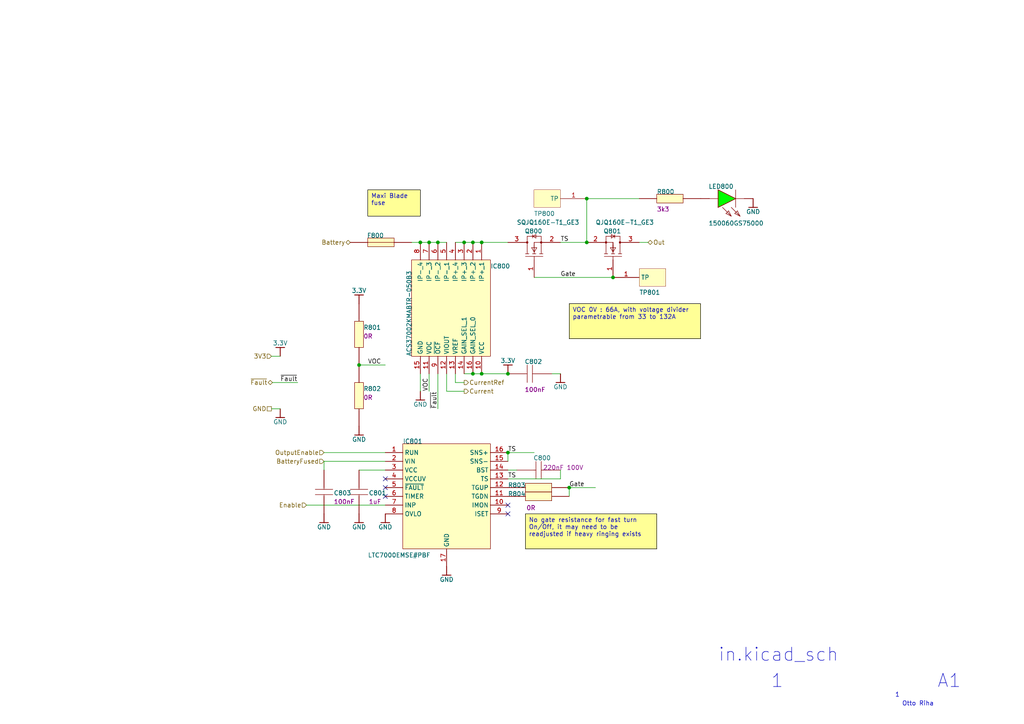
<source format=kicad_sch>
(kicad_sch (version 20250114) (generator "eeschema") (generator_version "9.0")
  (paper "A4")
  (lib_symbols
    (symbol "Battman-altium-import:3.3V_BAR" (power)
      (property "Value" "3.3V" (at 0 -3.81 0))
      (symbol "3.3V_BAR_0_0"
        (polyline (pts (xy -1.27 -2.54) (xy 1.27 -2.54)) (stroke (width 0.254)))
        (polyline (pts (xy 0 0) (xy 0 -2.54)) (stroke (width 0.254)))
        (pin power_in line (at 0 0 0) (length 0) (hide yes) (name "3.3V") (number ""))
      )
    )
    (symbol "Battman-altium-import:GND_BAR" (power)
      (property "Value" "GND" (at 0 -3.81 0))
      (symbol "GND_BAR_0_0"
        (polyline (pts (xy -1.27 -2.54) (xy 1.27 -2.54)) (stroke (width 0.254)))
        (polyline (pts (xy 0 0) (xy 0 -2.54)) (stroke (width 0.254)))
        (pin power_in line (at 0 0 0) (length 0) (hide yes) (name "GND") (number ""))
      )
    )
    (symbol "Battman-altium-import:Repeat(SinglePath,1,2)_0_3555_SamacSys.SchLib" (pin_numbers (hide yes)) (pin_names (hide yes))
      (symbol "Repeat(SinglePath,1,2)_0_3555_SamacSys.SchLib_1_0"
        (polyline (pts (xy 5.08 0) (xy 12.7 0)))
        (rectangle (start 12.7 1.27) (end 5.08 -1.27) (stroke (width 0) (color 128 0 0 1)) (fill (type background)))
        (pin passive line (at 0 0 0) (length 5.08) (name "1") (number "1"))
        (pin passive line (at 17.78 0 180) (length 5.08) (name "2") (number "2"))
      )
    )
    (symbol "Battman-altium-import:Repeat(SinglePath,1,2)_0_CRCW06030000Z0EC_SamacSys.SchLib" (pin_numbers (hide yes)) (pin_names (hide yes))
      (symbol "Repeat(SinglePath,1,2)_0_CRCW06030000Z0EC_SamacSys.SchLib_1_0"
        (rectangle (start 12.7 1.27) (end 5.08 -1.27) (stroke (width 0) (color 128 0 0 1)) (fill (type background)))
        (pin passive line (at 0 0 0) (length 5.08) (name "1") (number "1"))
        (pin passive line (at 17.78 0 180) (length 5.08) (name "2") (number "2"))
      )
    )
    (symbol "Battman-altium-import:Repeat(SinglePath,1,2)_0_CRGH0603F3K3_SamacSys.SchLib" (pin_numbers (hide yes)) (pin_names (hide yes))
      (symbol "Repeat(SinglePath,1,2)_0_CRGH0603F3K3_SamacSys.SchLib_1_0"
        (rectangle (start 12.7 1.27) (end 5.08 -1.27) (stroke (width 0) (color 128 0 0 1)) (fill (type background)))
        (pin passive line (at 0 0 0) (length 5.08) (name "1") (number "1"))
        (pin passive line (at 17.78 0 180) (length 5.08) (name "2") (number "2"))
      )
    )
    (symbol "Battman-altium-import:Repeat(SinglePath,1,2)_0_LTC7000EMSE#PBF_SamacSys.SchLib"
      (symbol "Repeat(SinglePath,1,2)_0_LTC7000EMSE#PBF_SamacSys.SchLib_1_0"
        (rectangle (start 30.48 2.54) (end 5.08 -27.94) (stroke (width 0) (color 128 0 0 1)) (fill (type background)))
        (pin passive line (at 0 0 0) (length 5.08) (name "RUN") (number "1"))
        (pin passive line (at 0 -2.54 0) (length 5.08) (name "VIN") (number "2"))
        (pin passive line (at 0 -5.08 0) (length 5.08) (name "VCC") (number "3"))
        (pin passive line (at 0 -7.62 0) (length 5.08) (name "VCCUV") (number "4"))
        (pin passive line (at 0 -10.16 0) (length 5.08) (name "~{FAULT}") (number "5"))
        (pin passive line (at 0 -12.7 0) (length 5.08) (name "TIMER") (number "6"))
        (pin passive line (at 0 -15.24 0) (length 5.08) (name "INP") (number "7"))
        (pin passive line (at 0 -17.78 0) (length 5.08) (name "OVLO") (number "8"))
        (pin passive line (at 17.78 -33.02 90) (length 5.08) (name "GND") (number "17"))
        (pin passive line (at 35.56 0 180) (length 5.08) (name "SNS+") (number "16"))
        (pin passive line (at 35.56 -2.54 180) (length 5.08) (name "SNS-") (number "15"))
        (pin passive line (at 35.56 -5.08 180) (length 5.08) (name "BST") (number "14"))
        (pin passive line (at 35.56 -7.62 180) (length 5.08) (name "TS") (number "13"))
        (pin passive line (at 35.56 -10.16 180) (length 5.08) (name "TGUP") (number "12"))
        (pin passive line (at 35.56 -12.7 180) (length 5.08) (name "TGDN") (number "11"))
        (pin passive line (at 35.56 -15.24 180) (length 5.08) (name "IMON") (number "10"))
        (pin passive line (at 35.56 -17.78 180) (length 5.08) (name "ISET") (number "9"))
      )
    )
    (symbol "Battman-altium-import:Repeat(SinglePath,1,2)_0_Test Pad 1mm-Symbol-1_EPFL Racing Team"
      (symbol "Repeat(SinglePath,1,2)_0_Test Pad 1mm-Symbol-1_EPFL Racing Team_1_0"
        (rectangle (start 15.316 2.54) (end 7.62 -2.54) (stroke (width 0.0254) (color 128 0 0 1)) (fill (type background)))
        (pin passive line (at 0 0 0) (length 7.62) (name "TP") (number "1"))
      )
    )
    (symbol "Battman-altium-import:Repeat(SinglePath,1,2)_1_06035C105MAT2A_SamacSys.SchLib" (pin_numbers (hide yes)) (pin_names (hide yes))
      (symbol "Repeat(SinglePath,1,2)_1_06035C105MAT2A_SamacSys.SchLib_1_0"
        (polyline (pts (xy -2.54 7.112) (xy 2.54 7.112)))
        (polyline (pts (xy -2.54 5.588) (xy 2.54 5.588)))
        (polyline (pts (xy 0 7.112) (xy 0 7.62)))
        (polyline (pts (xy 0 5.08) (xy 0 5.588)))
        (pin passive line (at 0 12.7 270) (length 5.08) (name "2") (number "2"))
        (pin passive line (at 0 0 90) (length 5.08) (name "1") (number "1"))
      )
    )
    (symbol "Battman-altium-import:Repeat(SinglePath,1,2)_1_CRCW06030000Z0EC_SamacSys.SchLib" (pin_numbers (hide yes)) (pin_names (hide yes))
      (symbol "Repeat(SinglePath,1,2)_1_CRCW06030000Z0EC_SamacSys.SchLib_1_0"
        (rectangle (start 1.27 12.7) (end -1.27 5.08) (stroke (width 0) (color 128 0 0 1)) (fill (type background)))
        (pin passive line (at 0 17.78 270) (length 5.08) (name "2") (number "2"))
        (pin passive line (at 0 0 90) (length 5.08) (name "1") (number "1"))
      )
    )
    (symbol "Battman-altium-import:Repeat(SinglePath,1,2)_1_HMK107BJ104KA-T_SamacSys.SchLib" (pin_numbers (hide yes)) (pin_names (hide yes))
      (symbol "Repeat(SinglePath,1,2)_1_HMK107BJ104KA-T_SamacSys.SchLib_1_0"
        (polyline (pts (xy -2.54 7.112) (xy 2.54 7.112)))
        (polyline (pts (xy -2.54 5.588) (xy 2.54 5.588)))
        (polyline (pts (xy 0 7.112) (xy 0 7.62)))
        (polyline (pts (xy 0 5.08) (xy 0 5.588)))
        (pin passive line (at 0 12.7 270) (length 5.08) (name "2") (number "2"))
        (pin passive line (at 0 0 90) (length 5.08) (name "1") (number "1"))
      )
    )
    (symbol "Battman-altium-import:Repeat(SinglePath,1,2)_1_SQJQ160E-T1_GE3_SamacSys.SchLib" (pin_names (hide yes))
      (symbol "Repeat(SinglePath,1,2)_1_SQJQ160E-T1_GE3_SamacSys.SchLib_1_0"
        (polyline (pts (xy -2.032 11.938) (xy -2.032 10.16)))
        (circle (center -2.032 10.16) (radius 0.254) (fill (type outline)))
        (polyline (pts (xy -2.032 10.16) (xy -2.54 10.16)))
        (polyline (pts (xy -2.032 6.858) (xy -2.032 10.16)))
        (polyline (pts (xy -1.524 6.858) (xy -2.54 6.858)))
        (polyline (pts (xy -0.762 8.636) (xy 0.762 8.636)))
        (polyline (pts (xy -0.508 11.938) (xy -0.508 12.446)))
        (polyline (pts (xy -0.508 11.938) (xy -0.508 11.43)))
        (polyline (pts (xy -0.508 11.938) (xy 0.508 11.43)))
        (polyline (pts (xy -0.508 6.858) (xy 0.508 6.858)))
        (polyline (pts (xy 0 10.16) (xy 2.54 10.16)))
        (polyline (pts (xy 0 7.62) (xy 0 10.16)))
        (polyline (pts (xy 0 7.62) (xy 0 10.16)))
        (polyline (pts (xy 0 7.366) (xy -0.762 8.636)))
        (polyline (pts (xy 0 7.366) (xy 0.762 8.636)))
        (polyline (pts (xy 0 6.858) (xy 0 9.398)))
        (polyline (pts (xy 0 6.096) (xy 0 5.08)))
        (polyline (pts (xy 0.508 12.446) (xy -0.508 11.938)))
        (polyline (pts (xy 0.508 11.43) (xy 0.508 12.446)))
        (polyline (pts (xy 1.524 6.858) (xy 2.54 6.858)))
        (polyline (pts (xy 2.032 11.938) (xy -2.032 11.938)))
        (polyline (pts (xy 2.032 10.16) (xy 2.032 11.938)))
        (circle (center 2.032 10.16) (radius 0.254) (fill (type outline)))
        (polyline (pts (xy 2.032 6.858) (xy 2.032 10.16)))
        (polyline (pts (xy 2.54 6.096) (xy -2.54 6.096)))
        (pin passive line (at -7.62 10.16 0) (length 5.08) (name "D_1") (number "3"))
        (pin passive line (at 0 0 90) (length 5.08) (name "G") (number "1"))
        (pin passive line (at 7.62 10.16 180) (length 5.08) (name "S_1") (number "2"))
      )
    )
    (symbol "Battman-altium-import:Repeat(SinglePath,1,2)_1_mirrored_SQJQ160E-T1_GE3_SamacSys.SchLib" (pin_names (hide yes))
      (symbol "Repeat(SinglePath,1,2)_1_mirrored_SQJQ160E-T1_GE3_SamacSys.SchLib_1_0"
        (polyline (pts (xy -2.54 6.096) (xy 2.54 6.096)))
        (polyline (pts (xy -2.032 11.938) (xy 2.032 11.938)))
        (circle (center -2.032 10.16) (radius 0.254) (fill (type outline)))
        (polyline (pts (xy -2.032 10.16) (xy -2.032 11.938)))
        (polyline (pts (xy -2.032 6.858) (xy -2.032 10.16)))
        (polyline (pts (xy -1.524 6.858) (xy -2.54 6.858)))
        (polyline (pts (xy -0.508 12.446) (xy 0.508 11.938)))
        (polyline (pts (xy -0.508 11.43) (xy -0.508 12.446)))
        (polyline (pts (xy 0 10.16) (xy -2.54 10.16)))
        (polyline (pts (xy 0 7.62) (xy 0 10.16)))
        (polyline (pts (xy 0 7.62) (xy 0 10.16)))
        (polyline (pts (xy 0 7.366) (xy -0.762 8.636)))
        (polyline (pts (xy 0 7.366) (xy 0.762 8.636)))
        (polyline (pts (xy 0 6.858) (xy 0 9.398)))
        (polyline (pts (xy 0 6.096) (xy 0 5.08)))
        (polyline (pts (xy 0.508 11.938) (xy -0.508 11.43)))
        (polyline (pts (xy 0.508 11.938) (xy 0.508 12.446)))
        (polyline (pts (xy 0.508 11.938) (xy 0.508 11.43)))
        (polyline (pts (xy 0.508 6.858) (xy -0.508 6.858)))
        (polyline (pts (xy 0.762 8.636) (xy -0.762 8.636)))
        (polyline (pts (xy 1.524 6.858) (xy 2.54 6.858)))
        (polyline (pts (xy 2.032 11.938) (xy 2.032 10.16)))
        (polyline (pts (xy 2.032 10.16) (xy 2.54 10.16)))
        (circle (center 2.032 10.16) (radius 0.254) (fill (type outline)))
        (polyline (pts (xy 2.032 6.858) (xy 2.032 10.16)))
        (pin passive line (at -7.62 10.16 0) (length 5.08) (name "S_1") (number "2"))
        (pin passive line (at 0 0 90) (length 5.08) (name "G") (number "1"))
        (pin passive line (at 7.62 10.16 180) (length 5.08) (name "D_1") (number "3"))
      )
    )
    (symbol "Battman-altium-import:Repeat(SinglePath,1,2)_2_0603YG104ZAT2A_SamacSys.SchLib" (pin_numbers (hide yes)) (pin_names (hide yes))
      (symbol "Repeat(SinglePath,1,2)_2_0603YG104ZAT2A_SamacSys.SchLib_1_0"
        (polyline (pts (xy -7.112 0) (xy -7.62 0)))
        (polyline (pts (xy -7.112 -2.54) (xy -7.112 2.54)))
        (polyline (pts (xy -5.588 -2.54) (xy -5.588 2.54)))
        (polyline (pts (xy -5.08 0) (xy -5.588 0)))
        (pin passive line (at -12.7 0 0) (length 5.08) (name "2") (number "2"))
        (pin passive line (at 0 0 180) (length 5.08) (name "1") (number "1"))
      )
    )
    (symbol "Battman-altium-import:Repeat(SinglePath,1,2)_2_150060GS75000_SamacSys.SchLib" (pin_numbers (hide yes)) (pin_names (hide yes))
      (symbol "Repeat(SinglePath,1,2)_2_150060GS75000_SamacSys.SchLib_1_0"
        (polyline (pts (xy -10.16 2.54) (xy -5.08 0)))
        (polyline (pts (xy -10.16 0) (xy -12.7 0)))
        (polyline (pts (xy -10.16 -2.54) (xy -10.16 2.54)))
        (polyline (pts (xy -10.16 -2.54) (xy -5.08 0) (xy -10.16 2.54) (xy -10.16 -2.54)) (fill (type color) (color 0 255 0 1)))
        (polyline (pts (xy -8.89 -2.54) (xy -6.35 -5.08)))
        (polyline (pts (xy -7.874 -4.318) (xy -7.112 -3.556)))
        (polyline (pts (xy -7.112 -3.556) (xy -6.35 -5.08)))
        (polyline (pts (xy -6.35 -2.54) (xy -3.81 -5.08)))
        (polyline (pts (xy -6.35 -5.08) (xy -7.874 -4.318)))
        (polyline (pts (xy -5.334 -4.318) (xy -4.572 -3.556)))
        (polyline (pts (xy -5.08 0) (xy -10.16 -2.54)))
        (polyline (pts (xy -5.08 -2.54) (xy -5.08 2.54)))
        (polyline (pts (xy -4.572 -3.556) (xy -3.81 -5.08)))
        (polyline (pts (xy -3.81 -5.08) (xy -5.334 -4.318)))
        (polyline (pts (xy -2.54 0) (xy -5.08 0)))
        (pin passive line (at -15.24 0 0) (length 2.54) (name "A") (number "2"))
        (pin passive line (at 0 0 180) (length 2.54) (name "K") (number "1"))
      )
    )
    (symbol "Battman-altium-import:Repeat(SinglePath,1,2)_2_GRM31C5C1H224JE02L_SamacSys.SchLib" (pin_numbers (hide yes)) (pin_names (hide yes))
      (symbol "Repeat(SinglePath,1,2)_2_GRM31C5C1H224JE02L_SamacSys.SchLib_1_0"
        (polyline (pts (xy -7.112 0) (xy -7.62 0)))
        (polyline (pts (xy -7.112 -2.54) (xy -7.112 2.54)))
        (polyline (pts (xy -5.588 -2.54) (xy -5.588 2.54)))
        (polyline (pts (xy -5.08 0) (xy -5.588 0)))
        (pin passive line (at -12.7 0 0) (length 5.08) (name "2") (number "2"))
        (pin passive line (at 0 0 180) (length 5.08) (name "1") (number "1"))
      )
    )
    (symbol "Battman-altium-import:Repeat(SinglePath,1,2)_2_Test Pad 1mm-Symbol-1_EPFL Racing Team"
      (symbol "Repeat(SinglePath,1,2)_2_Test Pad 1mm-Symbol-1_EPFL Racing Team_1_0"
        (rectangle (start -7.62 2.54) (end -15.316 -2.54) (stroke (width 0.0254) (color 128 0 0 1)) (fill (type background)))
        (pin passive line (at 0 0 180) (length 7.62) (name "TP") (number "1"))
      )
    )
    (symbol "Battman-altium-import:Repeat(SinglePath,1,2)_3_ACS37002KMABTR-050B3_SamacSys.SchLib"
      (symbol "Repeat(SinglePath,1,2)_3_ACS37002KMABTR-050B3_SamacSys.SchLib_1_0"
        (rectangle (start 2.54 -5.08) (end -20.32 -33.02) (stroke (width 0) (color 128 0 0 1)) (fill (type background)))
        (pin passive line (at -17.78 0 270) (length 5.08) (name "IP-_4") (number "8"))
        (pin passive line (at -17.78 -38.1 90) (length 5.08) (name "GND") (number "15"))
        (pin passive line (at -15.24 0 270) (length 5.08) (name "IP-_3") (number "7"))
        (pin passive line (at -15.24 -38.1 90) (length 5.08) (name "VOC") (number "11"))
        (pin passive line (at -12.7 0 270) (length 5.08) (name "IP-_2") (number "6"))
        (pin passive line (at -12.7 -38.1 90) (length 5.08) (name "~{OCF}") (number "9"))
        (pin passive line (at -10.16 0 270) (length 5.08) (name "IP-_1") (number "5"))
        (pin passive line (at -10.16 -38.1 90) (length 5.08) (name "VIOUT") (number "12"))
        (pin passive line (at -7.62 0 270) (length 5.08) (name "IP+_4") (number "4"))
        (pin passive line (at -7.62 -38.1 90) (length 5.08) (name "VREF") (number "13"))
        (pin passive line (at -5.08 0 270) (length 5.08) (name "IP+_3") (number "3"))
        (pin passive line (at -5.08 -38.1 90) (length 5.08) (name "GAIN_SEL_1") (number "14"))
        (pin passive line (at -2.54 0 270) (length 5.08) (name "IP+_2") (number "2"))
        (pin passive line (at -2.54 -38.1 90) (length 5.08) (name "GAIN_SEL_0") (number "16"))
        (pin passive line (at 0 0 270) (length 5.08) (name "IP+_1") (number "1"))
        (pin passive line (at 0 -38.1 90) (length 5.08) (name "VCC") (number "10"))
      )
    )
  )
  (text "1" (at 223.52 199.8472 0) (effects (font (size 3.81 3.81)) (justify left bottom)))
  (text "A1" (at 271.78 199.8472 0) (effects (font (size 3.81 3.81)) (justify left bottom)))
  (text "${FILENAME}" (at 208.28 192.2272 0) (effects (font (size 3.81 3.81)) (justify left bottom)))
  (text "${#}" (at 255.016 202.3872 0) (effects (font (size 1.27 1.27)) (justify left bottom)))
  (text "Otto Riha" (at 261.62 204.9272 0) (effects (font (size 1.27 1.27)) (justify left bottom)))
  (text "${##}" (at 259.588 202.3872 0) (effects (font (size 1.27 1.27)) (justify left bottom)))
  (text_box "VOC 0V : 66A, with voltage divider parametrable from 33 to 132A" (at 203.2 88.0872 0) (size -38.1 10.16) (margins 0.9525 0.9525 0.9525 0.9525) (stroke (width 0) (color 0 0 0 1)) (fill (type color) (color 255 255 150 1)) (effects (font (size 1.27 1.27)) (justify left top)))
  (text_box "No gate resistance for fast turn On/Off, it may need to be readjusted if heavy ringing exists" (at 190.5 149.0472 0) (size -38.1 10.16) (margins 0.9525 0.9525 0.9525 0.9525) (stroke (width 0) (color 0 0 0 1)) (fill (type color) (color 255 255 150 1)) (effects (font (size 1.27 1.27)) (justify left top)))
  (text_box "Maxi Blade fuse" (at 121.92 55.0672 0) (size -15.24 7.62) (margins 0.9525 0.9525 0.9525 0.9525) (stroke (width 0) (color 0 0 0 1)) (fill (type color) (color 255 255 150 1)) (effects (font (size 1.27 1.27)) (justify left top)))
  (junction (at 177.8 80.4672))
  (junction (at 121.92 70.3072))
  (junction (at 137.16 108.4072))
  (junction (at 170.18 57.6072))
  (junction (at 134.62 70.3072))
  (junction (at 165.1 141.4272))
  (junction (at 124.46 70.3072))
  (junction (at 147.32 108.4072))
  (junction (at 147.32 131.2672))
  (junction (at 170.18 70.3072))
  (junction (at 139.7 70.3072))
  (junction (at 127 70.3072))
  (junction (at 139.7 108.4072))
  (junction (at 104.14 105.8672))
  (junction (at 137.16 70.3072))
  (no_connect (at 147.32 146.5072))
  (no_connect (at 111.76 138.8872))
  (no_connect (at 111.76 141.4272))
  (no_connect (at 111.76 143.9672))
  (no_connect (at 147.32 149.0472))
  (wire (pts (xy 177.8 80.4672) (xy 154.94 80.4672)))
  (wire (pts (xy 93.98 131.2672) (xy 111.76 131.2672)))
  (wire (pts (xy 127 118.5672) (xy 127 108.4072)))
  (wire (pts (xy 137.16 108.4072) (xy 134.62 108.4072)))
  (wire (pts (xy 129.54 113.4872) (xy 129.54 108.4072)))
  (wire (pts (xy 79.026 110.9472) (xy 86.36 110.9472)))
  (wire (pts (xy 185.42 57.6072) (xy 170.18 57.6072)))
  (wire (pts (xy 187.96 70.3072) (xy 185.42 70.3072)))
  (wire (pts (xy 162.56 108.4072) (xy 160.02 108.4072)))
  (wire (pts (xy 104.14 136.3472) (xy 111.76 136.3472)))
  (wire (pts (xy 124.46 108.4072) (xy 124.46 113.4872)))
  (wire (pts (xy 111.76 105.8672) (xy 104.14 105.8672)))
  (wire (pts (xy 170.18 57.6072) (xy 170.18 70.3072)))
  (wire (pts (xy 88.9 146.5072) (xy 111.76 146.5072)))
  (wire (pts (xy 147.32 70.3072) (xy 139.7 70.3072)))
  (wire (pts (xy 139.7 108.4072) (xy 137.16 108.4072)))
  (wire (pts (xy 165.1 141.4272) (xy 165.1 143.9672)))
  (wire (pts (xy 119.38 70.3072) (xy 121.92 70.3072)))
  (wire (pts (xy 111.76 133.8072) (xy 93.98 133.8072)))
  (wire (pts (xy 134.62 70.3072) (xy 132.08 70.3072)))
  (wire (pts (xy 81.28 118.5672) (xy 78.74 118.5672)))
  (wire (pts (xy 147.32 138.8872) (xy 162.56 138.8872)))
  (wire (pts (xy 165.1 141.4272) (xy 172.72 141.4272)))
  (wire (pts (xy 93.98 133.8072) (xy 93.98 136.3472)))
  (wire (pts (xy 162.56 138.8872) (xy 162.56 136.3472)))
  (wire (pts (xy 121.92 113.4872) (xy 121.92 108.4072)))
  (wire (pts (xy 78.74 103.3272) (xy 81.28 103.3272)))
  (wire (pts (xy 127 70.3072) (xy 129.54 70.3072)))
  (wire (pts (xy 132.08 110.9472) (xy 132.08 108.4072)))
  (wire (pts (xy 162.56 70.3072) (xy 170.18 70.3072)))
  (wire (pts (xy 124.46 70.3072) (xy 127 70.3072)))
  (wire (pts (xy 147.32 131.2672) (xy 147.32 133.8072)))
  (wire (pts (xy 121.92 70.3072) (xy 124.46 70.3072)))
  (wire (pts (xy 149.86 136.3472) (xy 147.32 136.3472)))
  (wire (pts (xy 154.94 131.2672) (xy 147.32 131.2672)))
  (wire (pts (xy 134.62 113.4872) (xy 129.54 113.4872)))
  (wire (pts (xy 134.62 110.9472) (xy 132.08 110.9472)))
  (wire (pts (xy 139.7 70.3072) (xy 137.16 70.3072)))
  (wire (pts (xy 137.16 70.3072) (xy 134.62 70.3072)))
  (wire (pts (xy 147.32 108.4072) (xy 139.7 108.4072)))
  (label "VOC" (at 106.68 105.8672 0))
  (label "TS" (at 162.56 70.3072 0))
  (label "~{Fault}" (at 127 118.5672 90))
  (label "~{Fault}" (at 81.28 110.9472 0))
  (label "TS" (at 147.32 131.2672 0))
  (label "Gate" (at 165.1 141.4272 0))
  (label "TS" (at 147.32 138.8872 0))
  (label "VOC" (at 124.46 113.4872 90))
  (label "Gate" (at 162.56 80.4672 0))
  (hierarchical_label "CurrentRef" (shape output) (at 134.62 110.9472 0))
  (hierarchical_label "~{Fault}" (shape bidirectional) (at 79.026 110.9472 180))
  (hierarchical_label "Battery" (shape bidirectional) (at 101.6 70.3072 180))
  (hierarchical_label "OutputEnable" (shape input) (at 93.98 131.2672 180))
  (hierarchical_label "Out" (shape bidirectional) (at 187.96 70.3072 0))
  (hierarchical_label "GND" (shape passive) (at 78.74 118.5672 180))
  (hierarchical_label "3V3" (shape input) (at 78.74 103.3272 180))
  (hierarchical_label "Current" (shape output) (at 134.62 113.4872 0))
  (hierarchical_label "Enable" (shape input) (at 88.9 146.5072 180))
  (hierarchical_label "BatteryFused" (shape input) (at 93.98 133.8072 180))
  (symbol (lib_id "Battman-altium-import:Repeat(SinglePath,1,2)_1_06035C105MAT2A_SamacSys.SchLib") (at 104.14 149.0472 0) (unit 1)
    (property "Reference" "C801" (at 106.934 143.7132 0) (effects (justify left bottom)))
    (property "Value" "06035C105MAT2A" (effects (hide yes)))
    (property "Footprint" "C__Users_otto_Documents_AltiumLL_SamacSys.PcbLib:CAPC1608X90N" (effects (hide yes)))
    (property "Description" "Capacitor" (effects (hide yes)))
    (property "DATASHEET LINK" "https://componentsearchengine.com/Datasheets/1/06031A100FAT2A.pdf" (effects (hide yes)))
    (property "HEIGHT" "0.9mm" (effects (hide yes)))
    (property "MANUFACTURER_NAME" "Kyocera AVX" (effects (hide yes)))
    (property "MANUFACTURER_PART_NUMBER" "06035C105MAT2A" (effects (hide yes)))
    (property "MOUSER PART NUMBER" "581-06035C105MAT2A" (effects (hide yes)))
    (property "MOUSER PRICE/STOCK" "https://www.mouser.co.uk/ProductDetail/KYOCERA-AVX/06035C105MAT2A?qs=%252BdQmOuGyFcHMsevPtc6OZQ%3D%3D" (effects (hide yes)))
    (property "ALTIUM_VALUE" "1uF" (at 106.934 146.2532 0) (effects (justify left bottom)))
  )
  (symbol (lib_id "Battman-altium-import:Repeat(SinglePath,1,2)_0_CRGH0603F3K3_SamacSys.SchLib") (at 185.42 57.6072 0) (unit 1)
    (property "Reference" "R800" (at 190.5 56.3372 0) (effects (justify left bottom)))
    (property "Value" "3k3" (effects (hide yes)))
    (property "Footprint" "C__Users_otto_Documents_AltiumLL_SamacSys.PcbLib:RESC1608X55N" (effects (hide yes)))
    (property "Description" "Resistor" (effects (hide yes)))
    (property "DATASHEET LINK" "http://docs-europe.electrocomponents.com/webdocs/12d7/0900766b812d7379.pdf" (effects (hide yes)))
    (property "HEIGHT" "0.55mm" (effects (hide yes)))
    (property "MANUFACTURER_NAME" "TE Connectivity" (effects (hide yes)))
    (property "MANUFACTURER_PART_NUMBER" "CRGH0603F3K3" (effects (hide yes)))
    (property "ALTIUM_VALUE" "3k3" (at 190.5 61.4172 0) (effects (justify left bottom)))
  )
  (symbol (lib_id "Battman-altium-import:Repeat(SinglePath,1,2)_2_150060GS75000_SamacSys.SchLib") (at 218.44 57.6072 0) (unit 1)
    (property "Reference" "LED800" (at 205.486 54.8132 0) (effects (justify left bottom)))
    (property "Value" "150060GS75000" (at 205.486 65.4812 0) (effects (justify left bottom)))
    (property "Footprint" "C__Users_otto_Documents_AltiumLL_SamacSys.PcbLib:LEDC1608X80N" (effects (hide yes)))
    (property "Description" "LED" (effects (hide yes)))
    (property "DATASHEET LINK" "https://componentsearchengine.com/Datasheets/2/150060GS75000.pdf" (effects (hide yes)))
    (property "HEIGHT" "0.8mm" (effects (hide yes)))
    (property "MANUFACTURER_NAME" "Wurth Elektronik" (effects (hide yes)))
    (property "MANUFACTURER_PART_NUMBER" "150060GS75000" (effects (hide yes)))
    (property "MOUSER PART NUMBER" "710-150060GS75000" (effects (hide yes)))
    (property "MOUSER PRICE/STOCK" "https://www.mouser.co.uk/ProductDetail/Wurth-Elektronik/150060GS75000?qs=LlUlMxKIyB0UYkq5lDO8nA%3D%3D" (effects (hide yes)))
  )
  (symbol (lib_id "Battman-altium-import:GND_BAR") (at 121.92 113.4872 0) (unit 1)
    (property "Reference" "#PWR?" (effects (hide yes)))
    (property "Value" "GND" (at 121.92 117.2972 0))
  )
  (symbol (lib_id "Battman-altium-import:Repeat(SinglePath,1,2)_0_3555_SamacSys.SchLib") (at 101.6 70.3072 0) (unit 1)
    (property "Reference" "F800" (at 106.426 69.0372 0) (effects (justify left bottom)))
    (property "Value" "3555" (effects (hide yes)))
    (property "Footprint" "C__Users_otto_Documents_AltiumLL_SamacSys.PcbLib:3555" (effects (hide yes)))
    (property "Description" "Fuse" (effects (hide yes)))
    (property "DATASHEET LINK" "https://componentsearchengine.com/Datasheets/2/3555.pdf" (effects (hide yes)))
    (property "HEIGHT" "4.6mm" (effects (hide yes)))
    (property "MANUFACTURER_NAME" "Keystone Electronics" (effects (hide yes)))
    (property "MANUFACTURER_PART_NUMBER" "3555" (effects (hide yes)))
    (property "MOUSER PART NUMBER" "534-3555" (effects (hide yes)))
    (property "MOUSER PRICE/STOCK" "https://www.mouser.co.uk/ProductDetail/Keystone-Electronics/3555?qs=qOqV1E1P08QI697WpZIiyQ%3D%3D" (effects (hide yes)))
  )
  (symbol (lib_id "Battman-altium-import:GND_BAR") (at 218.44 57.6072 0) (unit 1)
    (property "Reference" "#PWR?" (effects (hide yes)))
    (property "Value" "GND" (at 218.44 61.4172 0))
  )
  (symbol (lib_id "Battman-altium-import:Repeat(SinglePath,1,2)_3_ACS37002KMABTR-050B3_SamacSys.SchLib") (at 139.7 70.3072 0) (unit 1)
    (property "Reference" "IC800" (at 142.24 77.9272 0) (effects (justify left bottom)))
    (property "Value" "ACS37002KMABTR-050B3" (at 119.38 103.3272 90) (effects (justify left bottom)))
    (property "Footprint" "C__Users_otto_Documents_AltiumLL_SamacSys.PcbLib:SOIC127P1030X265-16N" (effects (hide yes)))
    (property "Description" "Integrated Circuit" (effects (hide yes)))
    (property "DATASHEET LINK" "https://www.allegromicro.com/-/media/files/datasheets/acs37002-datasheet.ashx?sc_lang=en&hash=FFD236A6D18C7717C5A7906548FB48D2" (effects (hide yes)))
    (property "HEIGHT" "2.65mm" (effects (hide yes)))
    (property "MANUFACTURER_NAME" "Allegro Microsystems" (effects (hide yes)))
    (property "MANUFACTURER_PART_NUMBER" "ACS37002KMABTR-050B3" (effects (hide yes)))
    (property "MOUSER PART NUMBER" "250-37002KMABTR050B3" (effects (hide yes)))
    (property "MOUSER PRICE/STOCK" "https://www.mouser.co.uk/ProductDetail/Allegro-MicroSystems/ACS37002KMABTR-050B3?qs=pUKx8fyJudCSE%2FoW6XxDYQ%3D%3D" (effects (hide yes)))
  )
  (symbol (lib_id "Battman-altium-import:Repeat(SinglePath,1,2)_0_CRCW06030000Z0EC_SamacSys.SchLib") (at 147.32 143.9672 0) (unit 1)
    (property "Reference" "R804" (at 147.32 143.9672 0) (effects (justify left bottom)))
    (property "Value" "0Ohm" (effects (hide yes)))
    (property "Footprint" "C__Users_otto_Documents_AltiumLL_SamacSys.PcbLib:RESC1608X50N" (effects (hide yes)))
    (property "Description" "Resistor" (effects (hide yes)))
    (property "DATASHEET LINK" "http://www.vishay.com/docs/20035/dcrcwe3.pdf" (effects (hide yes)))
    (property "HEIGHT" "0.5mm" (effects (hide yes)))
    (property "MANUFACTURER_NAME" "Vishay" (effects (hide yes)))
    (property "MANUFACTURER_PART_NUMBER" "CRCW06030000Z0EC" (effects (hide yes)))
    (property "MOUSER PART NUMBER" "71-CRCW06030000Z0EC" (effects (hide yes)))
    (property "MOUSER PRICE/STOCK" "https://www.mouser.co.uk/ProductDetail/Vishay-Dale/CRCW06030000Z0EC?qs=5Vo7YKalRVV5nT3RQodYAA%3D%3D" (effects (hide yes)))
    (property "ARROW PART NUMBER" "CRCW06030000Z0EC" (effects (hide yes)))
    (property "ARROW PRICE/STOCK" "https://www.arrow.com/en/products/crcw06030000z0ec/vishay?utm_currency=USD&region=nac" (effects (hide yes)))
  )
  (symbol (lib_id "Battman-altium-import:Repeat(SinglePath,1,2)_1_HMK107BJ104KA-T_SamacSys.SchLib") (at 93.98 149.0472 0) (unit 1)
    (property "Reference" "C803" (at 96.774 143.7132 0) (effects (justify left bottom)))
    (property "Value" "100nF 100V" (effects (hide yes)))
    (property "Footprint" "C__Users_otto_Documents_AltiumLL_SamacSys.PcbLib:CAPC1608X90N" (effects (hide yes)))
    (property "Description" "Capacitor" (effects (hide yes)))
    (property "DATASHEET LINK" "https://ds.yuden.co.jp/TYCOMPAS/jp/specSheet?pn=MSASH168SB5104KTNA01" (effects (hide yes)))
    (property "HEIGHT" "0.9mm" (effects (hide yes)))
    (property "MANUFACTURER_NAME" "TAIYO YUDEN" (effects (hide yes)))
    (property "MANUFACTURER_PART_NUMBER" "HMK107BJ104KA-T" (effects (hide yes)))
    (property "MOUSER PART NUMBER" "963-HMK107BJ104KA-T" (effects (hide yes)))
    (property "MOUSER PRICE/STOCK" "https://www.mouser.co.uk/ProductDetail/Taiyo-Yuden/HMK107BJ104KA-T?qs=I6KAKw0tg2wpEwZmo3gKZg%3D%3D" (effects (hide yes)))
    (property "ALTIUM_VALUE" "100nF" (at 96.774 146.2532 0) (effects (justify left bottom)))
  )
  (symbol (lib_id "Battman-altium-import:Repeat(SinglePath,1,2)_1_SQJQ160E-T1_GE3_SamacSys.SchLib") (at 154.94 80.4672 0) (unit 1)
    (property "Reference" "Q800" (at 152.146 67.7672 0) (effects (justify left bottom)))
    (property "Value" "SQJQ160E-T1_GE3" (at 149.86 65.2272 0) (effects (justify left bottom)))
    (property "Footprint" "C__Users_otto_Documents_AltiumLL_SamacSys.PcbLib:SQJQ160ET1_GE3" (effects (hide yes)))
    (property "Description" "MOSFET (N-Channel)" (effects (hide yes)))
    (property "DATASHEET LINK" "https://www.vishay.com/docs/63059/sqjq160e.pdf" (effects (hide yes)))
    (property "HEIGHT" "1.65mm" (effects (hide yes)))
    (property "MANUFACTURER_NAME" "Vishay" (effects (hide yes)))
    (property "MANUFACTURER_PART_NUMBER" "SQJQ160E-T1_GE3" (effects (hide yes)))
    (property "MOUSER PART NUMBER" "78-SQJQ160E-T1_GE3" (effects (hide yes)))
    (property "MOUSER PRICE/STOCK" "https://www.mouser.co.uk/ProductDetail/Vishay-Semiconductors/SQJQ160E-T1_GE3?qs=Wj%2FVkw3K%252BMDBWZlqh0rWDw%3D%3D" (effects (hide yes)))
  )
  (symbol (lib_id "Battman-altium-import:GND_BAR") (at 81.28 118.5672 0) (unit 1)
    (property "Reference" "#PWR?" (effects (hide yes)))
    (property "Value" "GND" (at 81.28 122.3772 0))
  )
  (symbol (lib_id "Battman-altium-import:Repeat(SinglePath,1,2)_1_CRCW06030000Z0EC_SamacSys.SchLib") (at 104.14 123.6472 0) (unit 1)
    (property "Reference" "R802" (at 105.41 113.4872 0) (effects (justify left bottom)))
    (property "Value" "0Ohm" (effects (hide yes)))
    (property "Footprint" "C__Users_otto_Documents_AltiumLL_SamacSys.PcbLib:RESC1608X50N" (effects (hide yes)))
    (property "Description" "Resistor" (effects (hide yes)))
    (property "DATASHEET LINK" "http://www.vishay.com/docs/20035/dcrcwe3.pdf" (effects (hide yes)))
    (property "HEIGHT" "0.5mm" (effects (hide yes)))
    (property "MANUFACTURER_NAME" "Vishay" (effects (hide yes)))
    (property "MANUFACTURER_PART_NUMBER" "CRCW06030000Z0EC" (effects (hide yes)))
    (property "MOUSER PART NUMBER" "71-CRCW06030000Z0EC" (effects (hide yes)))
    (property "MOUSER PRICE/STOCK" "https://www.mouser.co.uk/ProductDetail/Vishay-Dale/CRCW06030000Z0EC?qs=5Vo7YKalRVV5nT3RQodYAA%3D%3D" (effects (hide yes)))
    (property "ARROW PART NUMBER" "CRCW06030000Z0EC" (effects (hide yes)))
    (property "ARROW PRICE/STOCK" "https://www.arrow.com/en/products/crcw06030000z0ec/vishay?utm_currency=USD&region=nac" (effects (hide yes)))
    (property "ALTIUM_VALUE" "0R" (at 105.41 116.0272 0) (effects (justify left bottom)))
  )
  (symbol (lib_id "Battman-altium-import:3.3V_BAR") (at 81.28 103.3272 180) (unit 1)
    (property "Reference" "#PWR?" (effects (hide yes)))
    (property "Value" "3.3V" (at 81.28 99.5172 0))
  )
  (symbol (lib_id "Battman-altium-import:3.3V_BAR") (at 104.14 88.0872 180) (unit 1)
    (property "Reference" "#PWR?" (effects (hide yes)))
    (property "Value" "3.3V" (at 104.14 84.2772 0))
  )
  (symbol (lib_id "Battman-altium-import:Repeat(SinglePath,1,2)_0_CRCW06030000Z0EC_SamacSys.SchLib") (at 147.32 141.4272 0) (unit 1)
    (property "Reference" "R803" (at 147.32 141.4272 0) (effects (justify left bottom)))
    (property "Value" "0Ohm" (effects (hide yes)))
    (property "Footprint" "C__Users_otto_Documents_AltiumLL_SamacSys.PcbLib:RESC1608X50N" (effects (hide yes)))
    (property "Description" "Resistor" (effects (hide yes)))
    (property "DATASHEET LINK" "http://www.vishay.com/docs/20035/dcrcwe3.pdf" (effects (hide yes)))
    (property "HEIGHT" "0.5mm" (effects (hide yes)))
    (property "MANUFACTURER_NAME" "Vishay" (effects (hide yes)))
    (property "MANUFACTURER_PART_NUMBER" "CRCW06030000Z0EC" (effects (hide yes)))
    (property "MOUSER PART NUMBER" "71-CRCW06030000Z0EC" (effects (hide yes)))
    (property "MOUSER PRICE/STOCK" "https://www.mouser.co.uk/ProductDetail/Vishay-Dale/CRCW06030000Z0EC?qs=5Vo7YKalRVV5nT3RQodYAA%3D%3D" (effects (hide yes)))
    (property "ARROW PART NUMBER" "CRCW06030000Z0EC" (effects (hide yes)))
    (property "ARROW PRICE/STOCK" "https://www.arrow.com/en/products/crcw06030000z0ec/vishay?utm_currency=USD&region=nac" (effects (hide yes)))
    (property "ALTIUM_VALUE" "0R" (at 152.654 148.0312 0) (effects (justify left bottom)))
  )
  (symbol (lib_id "Battman-altium-import:Repeat(SinglePath,1,2)_2_Test Pad 1mm-Symbol-1_EPFL Racing Team") (at 170.18 57.6072 0) (unit 1)
    (property "Reference" "TP800" (at 154.864 62.6872 0) (effects (justify left bottom)))
    (property "Value" "Test Pad 1mm" (effects (hide yes)))
    (property "Footprint" "Test Pad 1mm-Footprint-1" (effects (hide yes)))
    (property "Description" "1mm radius circuilar test pad" (effects (hide yes)))
  )
  (symbol (lib_id "Battman-altium-import:GND_BAR") (at 93.98 149.0472 0) (unit 1)
    (property "Reference" "#PWR?" (effects (hide yes)))
    (property "Value" "GND" (at 93.98 152.8572 0))
  )
  (symbol (lib_id "Battman-altium-import:Repeat(SinglePath,1,2)_2_GRM31C5C1H224JE02L_SamacSys.SchLib") (at 162.56 136.3472 0) (unit 1)
    (property "Reference" "C800" (at 154.686 133.5532 0) (effects (justify left bottom)))
    (property "Value" "220nF 100V" (effects (hide yes)))
    (property "Footprint" "C__Users_otto_Documents_AltiumLL_SamacSys.PcbLib:CAPC3216X180N" (effects (hide yes)))
    (property "Description" "Capacitor" (effects (hide yes)))
    (property "DATASHEET LINK" "https://search.murata.co.jp/Ceramy/image/img/A01X/G101/ENG/GRM31C5C1H224JE02-01A.pdf" (effects (hide yes)))
    (property "HEIGHT" "1.8mm" (effects (hide yes)))
    (property "MANUFACTURER_NAME" "Murata Electronics" (effects (hide yes)))
    (property "MANUFACTURER_PART_NUMBER" "GRM31C5C1H224JE02L" (effects (hide yes)))
    (property "MOUSER PART NUMBER" "81-GRM31C5C1H224JE2L" (effects (hide yes)))
    (property "MOUSER PRICE/STOCK" "https://www.mouser.co.uk/ProductDetail/Murata-Electronics/GRM31C5C1H224JE02L?qs=qSfuJ%252Bfl%2Fd7ovrk3%2F2FSbQ%3D%3D" (effects (hide yes)))
    (property "ARROW PART NUMBER" "GRM31C5C1H224JE02L" (effects (hide yes)))
    (property "ARROW PRICE/STOCK" "https://www.arrow.com/en/products/grm31c5c1h224je02l/murata-manufacturing?region=nac" (effects (hide yes)))
    (property "ALTIUM_VALUE" "220nF 100V" (at 157.48 136.3472 0) (effects (justify left bottom)))
  )
  (symbol (lib_id "Battman-altium-import:GND_BAR") (at 129.54 164.2872 0) (unit 1)
    (property "Reference" "#PWR?" (effects (hide yes)))
    (property "Value" "GND" (at 129.54 168.0972 0))
  )
  (symbol (lib_id "Battman-altium-import:GND_BAR") (at 162.56 108.4072 0) (unit 1)
    (property "Reference" "#PWR?" (effects (hide yes)))
    (property "Value" "GND" (at 162.56 112.2172 0))
  )
  (symbol (lib_id "Battman-altium-import:Repeat(SinglePath,1,2)_1_CRCW06030000Z0EC_SamacSys.SchLib") (at 104.14 105.8672 0) (unit 1)
    (property "Reference" "R801" (at 105.41 95.7072 0) (effects (justify left bottom)))
    (property "Value" "0Ohm" (effects (hide yes)))
    (property "Footprint" "C__Users_otto_Documents_AltiumLL_SamacSys.PcbLib:RESC1608X50N" (effects (hide yes)))
    (property "Description" "Resistor" (effects (hide yes)))
    (property "DATASHEET LINK" "http://www.vishay.com/docs/20035/dcrcwe3.pdf" (effects (hide yes)))
    (property "HEIGHT" "0.5mm" (effects (hide yes)))
    (property "MANUFACTURER_NAME" "Vishay" (effects (hide yes)))
    (property "MANUFACTURER_PART_NUMBER" "CRCW06030000Z0EC" (effects (hide yes)))
    (property "MOUSER PART NUMBER" "71-CRCW06030000Z0EC" (effects (hide yes)))
    (property "MOUSER PRICE/STOCK" "https://www.mouser.co.uk/ProductDetail/Vishay-Dale/CRCW06030000Z0EC?qs=5Vo7YKalRVV5nT3RQodYAA%3D%3D" (effects (hide yes)))
    (property "ARROW PART NUMBER" "CRCW06030000Z0EC" (effects (hide yes)))
    (property "ARROW PRICE/STOCK" "https://www.arrow.com/en/products/crcw06030000z0ec/vishay?utm_currency=USD&region=nac" (effects (hide yes)))
    (property "ALTIUM_VALUE" "0R" (at 105.41 98.2472 0) (effects (justify left bottom)))
  )
  (symbol (lib_id "Battman-altium-import:Repeat(SinglePath,1,2)_1_mirrored_SQJQ160E-T1_GE3_SamacSys.SchLib") (at 177.8 80.4672 0) (unit 1)
    (property "Reference" "Q801" (at 175.006 67.7672 0) (effects (justify left bottom)))
    (property "Value" "QJQ160E-T1_GE3" (at 172.72 65.2272 0) (effects (justify left bottom)))
    (property "Footprint" "C__Users_otto_Documents_AltiumLL_SamacSys.PcbLib:SQJQ160ET1_GE3" (effects (hide yes)))
    (property "Description" "MOSFET (N-Channel)" (effects (hide yes)))
    (property "DATASHEET LINK" "https://www.vishay.com/docs/63059/sqjq160e.pdf" (effects (hide yes)))
    (property "HEIGHT" "1.65mm" (effects (hide yes)))
    (property "MANUFACTURER_NAME" "Vishay" (effects (hide yes)))
    (property "MANUFACTURER_PART_NUMBER" "SQJQ160E-T1_GE3" (effects (hide yes)))
    (property "MOUSER PART NUMBER" "78-SQJQ160E-T1_GE3" (effects (hide yes)))
    (property "MOUSER PRICE/STOCK" "https://www.mouser.co.uk/ProductDetail/Vishay-Semiconductors/SQJQ160E-T1_GE3?qs=Wj%2FVkw3K%252BMDBWZlqh0rWDw%3D%3D" (effects (hide yes)))
  )
  (symbol (lib_id "Battman-altium-import:GND_BAR") (at 104.14 149.0472 0) (unit 1)
    (property "Reference" "#PWR?" (effects (hide yes)))
    (property "Value" "GND" (at 104.14 152.8572 0))
  )
  (symbol (lib_id "Battman-altium-import:Repeat(SinglePath,1,2)_0_Test Pad 1mm-Symbol-1_EPFL Racing Team") (at 177.8 80.4672 0) (unit 1)
    (property "Reference" "TP801" (at 185.42 85.5472 0) (effects (justify left bottom)))
    (property "Value" "Test Pad 1mm" (effects (hide yes)))
    (property "Footprint" "Test Pad 1mm-Footprint-1" (effects (hide yes)))
    (property "Description" "1mm radius circuilar test pad" (effects (hide yes)))
  )
  (symbol (lib_id "Battman-altium-import:GND_BAR") (at 104.14 123.6472 0) (unit 1)
    (property "Reference" "#PWR?" (effects (hide yes)))
    (property "Value" "GND" (at 104.14 127.4572 0))
  )
  (symbol (lib_id "Battman-altium-import:Repeat(SinglePath,1,2)_2_0603YG104ZAT2A_SamacSys.SchLib") (at 160.02 108.4072 0) (unit 1)
    (property "Reference" "C802" (at 152.146 105.6132 0) (effects (justify left bottom)))
    (property "Value" "0603YG104ZAT2A" (effects (hide yes)))
    (property "Footprint" "C__Users_otto_Documents_AltiumLL_SamacSys.PcbLib:CAPC1608X90N" (effects (hide yes)))
    (property "Description" "Capacitor" (effects (hide yes)))
    (property "DATASHEET LINK" "https://componentsearchengine.com/Datasheets/1/06031A100FAT2A.pdf" (effects (hide yes)))
    (property "HEIGHT" "0.9mm" (effects (hide yes)))
    (property "MANUFACTURER_NAME" "Kyocera AVX" (effects (hide yes)))
    (property "MANUFACTURER_PART_NUMBER" "0603YG104ZAT2A" (effects (hide yes)))
    (property "MOUSER PART NUMBER" "581-0603YG104ZAT2A" (effects (hide yes)))
    (property "MOUSER PRICE/STOCK" "https://www.mouser.co.uk/ProductDetail/AVX/0603YG104ZAT2A?qs=b9lrxWun4G3w2hKVYW6fsQ%3D%3D" (effects (hide yes)))
    (property "ARROW PART NUMBER" "0603YG104ZAT2A" (effects (hide yes)))
    (property "ARROW PRICE/STOCK" "https://www.arrow.com/en/products/0603yg104zat2a/avx?region=nac" (effects (hide yes)))
    (property "ALTIUM_VALUE" "100nF" (at 152.146 113.7412 0) (effects (justify left bottom)))
  )
  (symbol (lib_id "Battman-altium-import:GND_BAR") (at 111.76 149.0472 0) (unit 1)
    (property "Reference" "#PWR?" (effects (hide yes)))
    (property "Value" "GND" (at 111.76 152.8572 0))
  )
  (symbol (lib_id "Battman-altium-import:3.3V_BAR") (at 147.32 108.4072 180) (unit 1)
    (property "Reference" "#PWR?" (effects (hide yes)))
    (property "Value" "3.3V" (at 147.32 104.5972 0))
  )
  (symbol (lib_id "Battman-altium-import:Repeat(SinglePath,1,2)_0_LTC7000EMSE#PBF_SamacSys.SchLib") (at 111.76 131.2672 0) (unit 1)
    (property "Reference" "IC801" (at 116.84 128.7272 0) (effects (justify left bottom)))
    (property "Value" "LTC7000EMSE#PBF" (at 106.68 161.7472 0) (effects (justify left bottom)))
    (property "Footprint" "C__Users_otto_Documents_AltiumLL_SamacSys.PcbLib:SOP50P490X110-17N" (effects (hide yes)))
    (property "Description" "Integrated Circuit" (effects (hide yes)))
    (property "DATASHEET LINK" "https://www.analog.com/media/en/technical-documentation/data-sheets/ltc7000-7000-1.pdf" (effects (hide yes)))
    (property "HEIGHT" "1.1mm" (effects (hide yes)))
    (property "MANUFACTURER_NAME" "Analog Devices" (effects (hide yes)))
    (property "MANUFACTURER_PART_NUMBER" "LTC7000EMSE#PBF" (effects (hide yes)))
    (property "MOUSER PART NUMBER" "584-LTC7000EMSEPBF" (effects (hide yes)))
    (property "MOUSER PRICE/STOCK" "https://www.mouser.co.uk/ProductDetail/Analog-Devices/LTC7000EMSEPBF?qs=BZBei1rCqCABaEvAxqf5Sw%3D%3D" (effects (hide yes)))
    (property "ARROW PART NUMBER" "LTC7000EMSE#PBF" (effects (hide yes)))
    (property "ARROW PRICE/STOCK" "https://www.arrow.com/en/products/ltc7000emsepbf/analog-devices?region=nac" (effects (hide yes)))
  )
)
</source>
